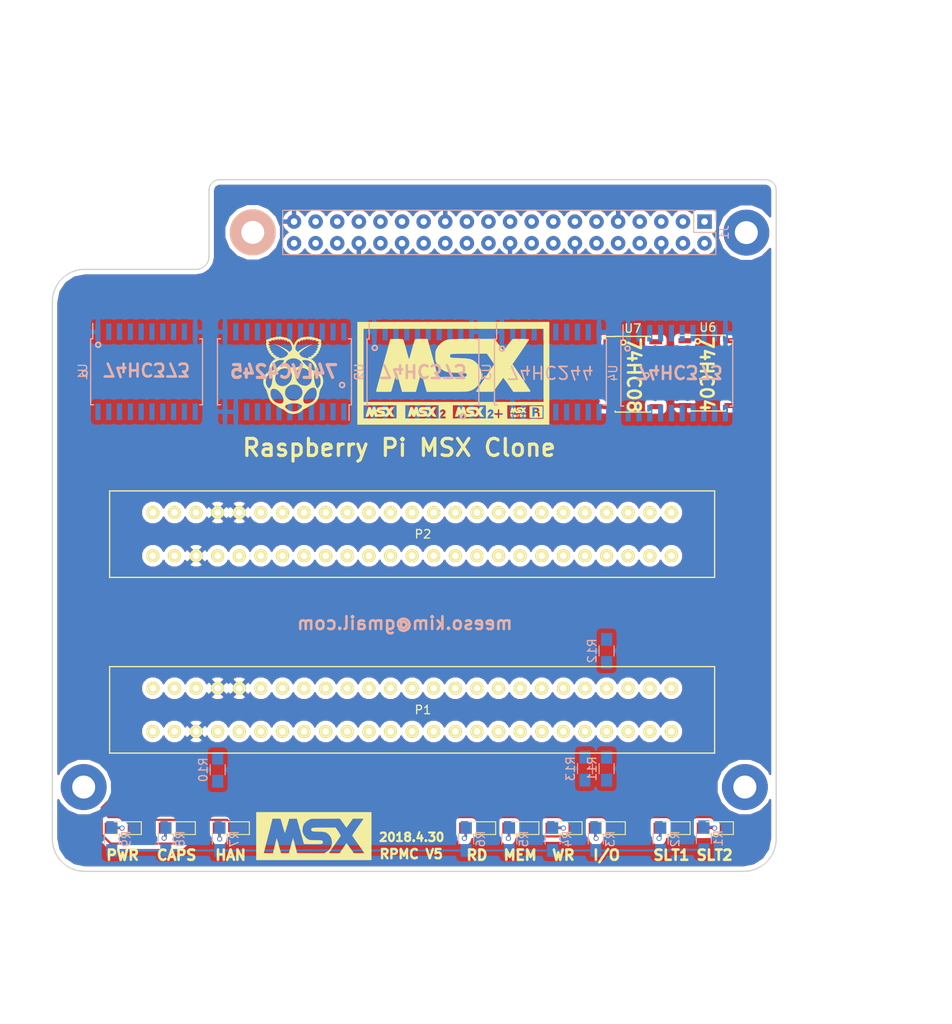
<source format=kicad_pcb>
(kicad_pcb (version 4) (host pcbnew 4.0.7)
  (layers (0 F.Cu signal) (31 B.Cu signal) (34 B.Paste user) (35 F.Paste user) (36 B.SilkS user) (37 F.SilkS user) (38 B.Mask user) (39 F.Mask user) (44 Edge.Cuts user))
  (net 0 "")
  (net 1 GND)
  (net 2 "Net-(U3-Pad9)")
  (net 3 +5V)
  (net 4 /RD3)
  (net 5 /RD4)
  (net 6 /RD6)
  (net 7 /RD7)
  (net 8 /CAPS)
  (net 9 /HAN)
  (net 10 /RD0)
  (net 11 /RD1)
  (net 12 /RD2)
  (net 13 /RD5)
  (net 14 /PWR)
  (net 15 /CS1)
  (net 16 /CS2)
  (net 17 /CS12)
  (net 18 /SLTSL1)
  (net 19 /RFSH)
  (net 20 /INT)
  (net 21 /M1)
  (net 22 /BUSDIR)
  (net 23 /IORQ)
  (net 24 /MREQ)
  (net 25 /WR)
  (net 26 /RD)
  (net 27 /RESET)
  (net 28 /A9)
  (net 29 /A15)
  (net 30 /A11)
  (net 31 /A10)
  (net 32 /A7)
  (net 33 /A6)
  (net 34 /A12)
  (net 35 /A8)
  (net 36 /A14)
  (net 37 /A13)
  (net 38 /A1)
  (net 39 /A0)
  (net 40 /A3)
  (net 41 /A2)
  (net 42 /A5)
  (net 43 /A4)
  (net 44 /D1)
  (net 45 /D0)
  (net 46 /D3)
  (net 47 /D2)
  (net 48 /D5)
  (net 49 /D4)
  (net 50 /D7)
  (net 51 /D6)
  (net 52 /CLK)
  (net 53 /+12V)
  (net 54 /SNDIN)
  (net 55 /SLTSL3)
  (net 56 +3V3)
  (net 57 "Net-(P1-Pad5)")
  (net 58 "Net-(P1-Pad16)")
  (net 59 "Net-(P2-Pad5)")
  (net 60 "Net-(P2-Pad16)")
  (net 61 /RA8)
  (net 62 /RA10)
  (net 63 /RA11)
  (net 64 /RA15)
  (net 65 /RA12)
  (net 66 /RA9)
  (net 67 /RA13)
  (net 68 /RA14)
  (net 69 "Net-(U3-Pad11)")
  (net 70 "Net-(U3-Pad12)")
  (net 71 "Net-(U3-Pad8)")
  (net 72 "Net-(D1-Pad2)")
  (net 73 "Net-(D2-Pad2)")
  (net 74 "Net-(D3-Pad2)")
  (net 75 "Net-(D4-Pad2)")
  (net 76 "Net-(D5-Pad2)")
  (net 77 "Net-(D6-Pad2)")
  (net 78 "Net-(D7-Pad2)")
  (net 79 "Net-(D8-Pad2)")
  (net 80 "Net-(D9-Pad2)")
  (net 81 /RC17)
  (net 82 /RC18)
  (net 83 /RC27)
  (net 84 /RC23)
  (net 85 /RC25)
  (net 86 /RC19)
  (net 87 /RC20)
  (net 88 /RC16)
  (net 89 "Net-(U3-Pad3)")
  (net 90 "Net-(U3-Pad5)")
  (net 91 "Net-(U3-Pad7)")
  (net 92 "Net-(U3-Pad13)")
  (net 93 "Net-(U3-Pad15)")
  (net 94 "Net-(U3-Pad17)")
  (net 95 /V3.3)
  (net 96 "Net-(U3-Pad2)")
  (net 97 "Net-(U3-Pad18)")
  (net 98 /nPWR)
  (net 99 /SLTSL2)
  (net 100 "Net-(U4-Pad6)")
  (net 101 "Net-(U4-Pad9)")
  (net 102 /nCS12)
  (net 103 /nA14)
  (net 104 /nA15)
  (net 105 /nCS1)
  (net 106 /nCS2)
  (module Mounting_Holes:MountingHole_2.7mm_Pad (layer F.Cu) (at 210.312 122.174)
    (fp_text reference REF4)
    (fp_text value MountingHole_2.7mm_Pad)
    (pad "" thru_hole circle (at 0 0) (size 5.4 5.4) (drill 2.7) (layers *.Cu *.Mask))
  )
  (module Mounting_Holes:MountingHole_2.7mm_Pad (layer F.Cu) (at 132.588 122.174)
    (fp_text reference REF3)
    (fp_text value MountingHole_2.7mm_Pad)
    (pad "" np_thru_hole circle (at 0 0) (size 5.4 5.4) (drill 2.7) (layers *.Cu *.Mask))
  )
  (module Mounting_Holes:MountingHole_2.7mm_Pad (layer F.Cu) (at 152.459 56.9925)
    (fp_text reference REF1)
    (fp_text value MountingHole_2.7mm_Pad)
    (pad "" thru_hole circle (at 0 0) (size 5.4 5.4) (drill 2.7) (layers *.Cu *.SilkS *.Mask))
  )
  (module MSX:MSX_SLOT (layer F.Cu) (at 172.466 113.101)
    (fp_text reference P1 (at 0 0) (layer F.SilkS))
    (fp_text value CONN_02X25)
    (pad 1 thru_hole circle (at 29.21 -2.54) (size 1.524 1.524) (drill 0.77) (layers *.Cu *.Mask F.SilkS) (net 15 /CS1))
    (pad 2 thru_hole circle (at 29.21 2.54) (size 1.524 1.524) (drill 0.77) (layers *.Cu *.Mask F.SilkS) (net 16 /CS2))
    (pad 3 thru_hole circle (at 26.67 -2.54) (size 1.524 1.524) (drill 0.77) (layers *.Cu *.Mask F.SilkS) (net 17 /CS12))
    (pad 4 thru_hole circle (at 26.67 2.54) (size 1.524 1.524) (drill 0.77) (layers *.Cu *.Mask F.SilkS) (net 18 /SLTSL1))
    (pad 5 thru_hole circle (at 24.13 -2.54) (size 1.524 1.524) (drill 0.77) (layers *.Cu *.Mask F.SilkS) (net 57 "Net-(P1-Pad5)"))
    (pad 6 thru_hole circle (at 24.13 2.54) (size 1.524 1.524) (drill 0.77) (layers *.Cu *.Mask F.SilkS) (net 19 /RFSH))
    (pad 7 thru_hole circle (at 21.59 -2.54) (size 1.524 1.524) (drill 0.77) (layers *.Cu *.Mask F.SilkS) (net 85 /RC25))
    (pad 8 thru_hole circle (at 21.59 2.54) (size 1.524 1.524) (drill 0.77) (layers *.Cu *.Mask F.SilkS) (net 20 /INT))
    (pad 9 thru_hole circle (at 19.05 -2.54) (size 1.524 1.524) (drill 0.77) (layers *.Cu *.Mask F.SilkS) (net 21 /M1))
    (pad 10 thru_hole circle (at 19.05 2.54) (size 1.524 1.524) (drill 0.77) (layers *.Cu *.Mask F.SilkS) (net 22 /BUSDIR))
    (pad 11 thru_hole circle (at 16.51 -2.54) (size 1.524 1.524) (drill 0.77) (layers *.Cu *.Mask F.SilkS) (net 23 /IORQ))
    (pad 12 thru_hole circle (at 16.51 2.54) (size 1.524 1.524) (drill 0.77) (layers *.Cu *.Mask F.SilkS) (net 24 /MREQ))
    (pad 13 thru_hole circle (at 13.97 -2.54) (size 1.524 1.524) (drill 0.77) (layers *.Cu *.Mask F.SilkS) (net 25 /WR))
    (pad 14 thru_hole circle (at 13.97 2.54) (size 1.524 1.524) (drill 0.77) (layers *.Cu *.Mask F.SilkS) (net 26 /RD))
    (pad 15 thru_hole circle (at 11.43 -2.54) (size 1.524 1.524) (drill 0.77) (layers *.Cu *.Mask F.SilkS) (net 27 /RESET))
    (pad 16 thru_hole circle (at 11.43 2.54) (size 1.524 1.524) (drill 0.77) (layers *.Cu *.Mask F.SilkS) (net 58 "Net-(P1-Pad16)"))
    (pad 17 thru_hole circle (at 8.89 -2.54) (size 1.524 1.524) (drill 0.77) (layers *.Cu *.Mask F.SilkS) (net 28 /A9))
    (pad 18 thru_hole circle (at 8.89 2.54) (size 1.524 1.524) (drill 0.77) (layers *.Cu *.Mask F.SilkS) (net 29 /A15))
    (pad 19 thru_hole circle (at 6.35 -2.54) (size 1.524 1.524) (drill 0.77) (layers *.Cu *.Mask F.SilkS) (net 30 /A11))
    (pad 20 thru_hole circle (at 6.35 2.54) (size 1.524 1.524) (drill 0.77) (layers *.Cu *.Mask F.SilkS) (net 31 /A10))
    (pad 21 thru_hole circle (at 3.81 -2.54) (size 1.524 1.524) (drill 0.77) (layers *.Cu *.Mask F.SilkS) (net 32 /A7))
    (pad 22 thru_hole circle (at 3.81 2.54) (size 1.524 1.524) (drill 0.77) (layers *.Cu *.Mask F.SilkS) (net 33 /A6))
    (pad 23 thru_hole circle (at 1.27 -2.54) (size 1.524 1.524) (drill 0.77) (layers *.Cu *.Mask F.SilkS) (net 34 /A12))
    (pad 24 thru_hole circle (at 1.27 2.54) (size 1.524 1.524) (drill 0.77) (layers *.Cu *.Mask F.SilkS) (net 35 /A8))
    (pad 25 thru_hole circle (at -1.27 -2.54) (size 1.524 1.524) (drill 0.77) (layers *.Cu *.Mask F.SilkS) (net 36 /A14))
    (pad 26 thru_hole circle (at -1.27 2.54) (size 1.524 1.524) (drill 0.77) (layers *.Cu *.Mask F.SilkS) (net 37 /A13))
    (pad 27 thru_hole circle (at -3.81 -2.54) (size 1.524 1.524) (drill 0.77) (layers *.Cu *.Mask F.SilkS) (net 38 /A1))
    (pad 28 thru_hole circle (at -3.81 2.54) (size 1.524 1.524) (drill 0.77) (layers *.Cu *.Mask F.SilkS) (net 39 /A0))
    (pad 29 thru_hole circle (at -6.35 -2.54) (size 1.524 1.524) (drill 0.77) (layers *.Cu *.Mask F.SilkS) (net 40 /A3))
    (pad 30 thru_hole circle (at -6.35 2.54) (size 1.524 1.524) (drill 0.77) (layers *.Cu *.Mask F.SilkS) (net 41 /A2))
    (pad 31 thru_hole circle (at -8.89 -2.54) (size 1.524 1.524) (drill 0.77) (layers *.Cu *.Mask F.SilkS) (net 42 /A5))
    (pad 32 thru_hole circle (at -8.89 2.54) (size 1.524 1.524) (drill 0.77) (layers *.Cu *.Mask F.SilkS) (net 43 /A4))
    (pad 33 thru_hole circle (at -11.43 -2.54) (size 1.524 1.524) (drill 0.77) (layers *.Cu *.Mask F.SilkS) (net 44 /D1))
    (pad 34 thru_hole circle (at -11.43 2.54) (size 1.524 1.524) (drill 0.77) (layers *.Cu *.Mask F.SilkS) (net 45 /D0))
    (pad 35 thru_hole circle (at -13.97 -2.54) (size 1.524 1.524) (drill 0.77) (layers *.Cu *.Mask F.SilkS) (net 46 /D3))
    (pad 36 thru_hole circle (at -13.97 2.54) (size 1.524 1.524) (drill 0.77) (layers *.Cu *.Mask F.SilkS) (net 47 /D2))
    (pad 37 thru_hole circle (at -16.51 -2.54) (size 1.524 1.524) (drill 0.77) (layers *.Cu *.Mask F.SilkS) (net 48 /D5))
    (pad 38 thru_hole circle (at -16.51 2.54) (size 1.524 1.524) (drill 0.77) (layers *.Cu *.Mask F.SilkS) (net 49 /D4))
    (pad 39 thru_hole circle (at -19.05 -2.54) (size 1.524 1.524) (drill 0.77) (layers *.Cu *.Mask F.SilkS) (net 50 /D7))
    (pad 40 thru_hole circle (at -19.05 2.54) (size 1.524 1.524) (drill 0.77) (layers *.Cu *.Mask F.SilkS) (net 51 /D6))
    (pad 41 thru_hole circle (at -21.59 -2.54) (size 1.524 1.524) (drill 0.77) (layers *.Cu *.Mask F.SilkS) (net 1 GND))
    (pad 42 thru_hole circle (at -21.59 2.54) (size 1.524 1.524) (drill 0.77) (layers *.Cu *.Mask F.SilkS) (net 52 /CLK))
    (pad 43 thru_hole circle (at -24.13 -2.54) (size 1.524 1.524) (drill 0.77) (layers *.Cu *.Mask F.SilkS) (net 1 GND))
    (pad 44 thru_hole circle (at -24.13 2.54) (size 1.524 1.524) (drill 0.77) (layers *.Cu *.Mask F.SilkS) (net 83 /RC27))
    (pad 45 thru_hole circle (at -26.67 -2.54) (size 1.524 1.524) (drill 0.77) (layers *.Cu *.Mask F.SilkS) (net 3 +5V))
    (pad 46 thru_hole circle (at -26.67 2.54) (size 1.524 1.524) (drill 0.77) (layers *.Cu *.Mask F.SilkS) (net 1 GND))
    (pad 47 thru_hole circle (at -29.21 -2.54) (size 1.524 1.524) (drill 0.77) (layers *.Cu *.Mask F.SilkS) (net 3 +5V))
    (pad 48 thru_hole circle (at -29.21 2.54) (size 1.524 1.524) (drill 0.77) (layers *.Cu *.Mask F.SilkS) (net 53 /+12V))
    (pad 49 thru_hole circle (at -31.75 -2.54) (size 1.524 1.524) (drill 0.77) (layers *.Cu *.Mask F.SilkS) (net 54 /SNDIN))
    (pad 50 thru_hole circle (at -31.75 2.54) (size 1.524 1.524) (drill 0.77) (layers *.Cu *.Mask F.SilkS) (net 53 /+12V))
  )
  (module MSX:MSX_SLOT (layer F.Cu) (at 172.466 92.456)
    (fp_text reference P2 (at 0 0) (layer F.SilkS))
    (fp_text value CONN_02X25)
    (pad 1 thru_hole circle (at 29.21 -2.54) (size 1.524 1.524) (drill 0.77) (layers *.Cu *.Mask F.SilkS) (net 15 /CS1))
    (pad 2 thru_hole circle (at 29.21 2.54) (size 1.524 1.524) (drill 0.77) (layers *.Cu *.Mask F.SilkS) (net 16 /CS2))
    (pad 3 thru_hole circle (at 26.67 -2.54) (size 1.524 1.524) (drill 0.77) (layers *.Cu *.Mask F.SilkS) (net 17 /CS12))
    (pad 4 thru_hole circle (at 26.67 2.54) (size 1.524 1.524) (drill 0.77) (layers *.Cu *.Mask F.SilkS) (net 55 /SLTSL3))
    (pad 5 thru_hole circle (at 24.13 -2.54) (size 1.524 1.524) (drill 0.77) (layers *.Cu *.Mask F.SilkS) (net 59 "Net-(P2-Pad5)"))
    (pad 6 thru_hole circle (at 24.13 2.54) (size 1.524 1.524) (drill 0.77) (layers *.Cu *.Mask F.SilkS) (net 19 /RFSH))
    (pad 7 thru_hole circle (at 21.59 -2.54) (size 1.524 1.524) (drill 0.77) (layers *.Cu *.Mask F.SilkS) (net 85 /RC25))
    (pad 8 thru_hole circle (at 21.59 2.54) (size 1.524 1.524) (drill 0.77) (layers *.Cu *.Mask F.SilkS) (net 20 /INT))
    (pad 9 thru_hole circle (at 19.05 -2.54) (size 1.524 1.524) (drill 0.77) (layers *.Cu *.Mask F.SilkS) (net 21 /M1))
    (pad 10 thru_hole circle (at 19.05 2.54) (size 1.524 1.524) (drill 0.77) (layers *.Cu *.Mask F.SilkS) (net 22 /BUSDIR))
    (pad 11 thru_hole circle (at 16.51 -2.54) (size 1.524 1.524) (drill 0.77) (layers *.Cu *.Mask F.SilkS) (net 23 /IORQ))
    (pad 12 thru_hole circle (at 16.51 2.54) (size 1.524 1.524) (drill 0.77) (layers *.Cu *.Mask F.SilkS) (net 24 /MREQ))
    (pad 13 thru_hole circle (at 13.97 -2.54) (size 1.524 1.524) (drill 0.77) (layers *.Cu *.Mask F.SilkS) (net 25 /WR))
    (pad 14 thru_hole circle (at 13.97 2.54) (size 1.524 1.524) (drill 0.77) (layers *.Cu *.Mask F.SilkS) (net 26 /RD))
    (pad 15 thru_hole circle (at 11.43 -2.54) (size 1.524 1.524) (drill 0.77) (layers *.Cu *.Mask F.SilkS) (net 27 /RESET))
    (pad 16 thru_hole circle (at 11.43 2.54) (size 1.524 1.524) (drill 0.77) (layers *.Cu *.Mask F.SilkS) (net 60 "Net-(P2-Pad16)"))
    (pad 17 thru_hole circle (at 8.89 -2.54) (size 1.524 1.524) (drill 0.77) (layers *.Cu *.Mask F.SilkS) (net 28 /A9))
    (pad 18 thru_hole circle (at 8.89 2.54) (size 1.524 1.524) (drill 0.77) (layers *.Cu *.Mask F.SilkS) (net 29 /A15))
    (pad 19 thru_hole circle (at 6.35 -2.54) (size 1.524 1.524) (drill 0.77) (layers *.Cu *.Mask F.SilkS) (net 30 /A11))
    (pad 20 thru_hole circle (at 6.35 2.54) (size 1.524 1.524) (drill 0.77) (layers *.Cu *.Mask F.SilkS) (net 31 /A10))
    (pad 21 thru_hole circle (at 3.81 -2.54) (size 1.524 1.524) (drill 0.77) (layers *.Cu *.Mask F.SilkS) (net 32 /A7))
    (pad 22 thru_hole circle (at 3.81 2.54) (size 1.524 1.524) (drill 0.77) (layers *.Cu *.Mask F.SilkS) (net 33 /A6))
    (pad 23 thru_hole circle (at 1.27 -2.54) (size 1.524 1.524) (drill 0.77) (layers *.Cu *.Mask F.SilkS) (net 34 /A12))
    (pad 24 thru_hole circle (at 1.27 2.54) (size 1.524 1.524) (drill 0.77) (layers *.Cu *.Mask F.SilkS) (net 35 /A8))
    (pad 25 thru_hole circle (at -1.27 -2.54) (size 1.524 1.524) (drill 0.77) (layers *.Cu *.Mask F.SilkS) (net 36 /A14))
    (pad 26 thru_hole circle (at -1.27 2.54) (size 1.524 1.524) (drill 0.77) (layers *.Cu *.Mask F.SilkS) (net 37 /A13))
    (pad 27 thru_hole circle (at -3.81 -2.54) (size 1.524 1.524) (drill 0.77) (layers *.Cu *.Mask F.SilkS) (net 38 /A1))
    (pad 28 thru_hole circle (at -3.81 2.54) (size 1.524 1.524) (drill 0.77) (layers *.Cu *.Mask F.SilkS) (net 39 /A0))
    (pad 29 thru_hole circle (at -6.35 -2.54) (size 1.524 1.524) (drill 0.77) (layers *.Cu *.Mask F.SilkS) (net 40 /A3))
    (pad 30 thru_hole circle (at -6.35 2.54) (size 1.524 1.524) (drill 0.77) (layers *.Cu *.Mask F.SilkS) (net 41 /A2))
    (pad 31 thru_hole circle (at -8.89 -2.54) (size 1.524 1.524) (drill 0.77) (layers *.Cu *.Mask F.SilkS) (net 42 /A5))
    (pad 32 thru_hole circle (at -8.89 2.54) (size 1.524 1.524) (drill 0.77) (layers *.Cu *.Mask F.SilkS) (net 43 /A4))
    (pad 33 thru_hole circle (at -11.43 -2.54) (size 1.524 1.524) (drill 0.77) (layers *.Cu *.Mask F.SilkS) (net 44 /D1))
    (pad 34 thru_hole circle (at -11.43 2.54) (size 1.524 1.524) (drill 0.77) (layers *.Cu *.Mask F.SilkS) (net 45 /D0))
    (pad 35 thru_hole circle (at -13.97 -2.54) (size 1.524 1.524) (drill 0.77) (layers *.Cu *.Mask F.SilkS) (net 46 /D3))
    (pad 36 thru_hole circle (at -13.97 2.54) (size 1.524 1.524) (drill 0.77) (layers *.Cu *.Mask F.SilkS) (net 47 /D2))
    (pad 37 thru_hole circle (at -16.51 -2.54) (size 1.524 1.524) (drill 0.77) (layers *.Cu *.Mask F.SilkS) (net 48 /D5))
    (pad 38 thru_hole circle (at -16.51 2.54) (size 1.524 1.524) (drill 0.77) (layers *.Cu *.Mask F.SilkS) (net 49 /D4))
    (pad 39 thru_hole circle (at -19.05 -2.54) (size 1.524 1.524) (drill 0.77) (layers *.Cu *.Mask F.SilkS) (net 50 /D7))
    (pad 40 thru_hole circle (at -19.05 2.54) (size 1.524 1.524) (drill 0.77) (layers *.Cu *.Mask F.SilkS) (net 51 /D6))
    (pad 41 thru_hole circle (at -21.59 -2.54) (size 1.524 1.524) (drill 0.77) (layers *.Cu *.Mask F.SilkS) (net 1 GND))
    (pad 42 thru_hole circle (at -21.59 2.54) (size 1.524 1.524) (drill 0.77) (layers *.Cu *.Mask F.SilkS) (net 52 /CLK))
    (pad 43 thru_hole circle (at -24.13 -2.54) (size 1.524 1.524) (drill 0.77) (layers *.Cu *.Mask F.SilkS) (net 1 GND))
    (pad 44 thru_hole circle (at -24.13 2.54) (size 1.524 1.524) (drill 0.77) (layers *.Cu *.Mask F.SilkS) (net 83 /RC27))
    (pad 45 thru_hole circle (at -26.67 -2.54) (size 1.524 1.524) (drill 0.77) (layers *.Cu *.Mask F.SilkS) (net 3 +5V))
    (pad 46 thru_hole circle (at -26.67 2.54) (size 1.524 1.524) (drill 0.77) (layers *.Cu *.Mask F.SilkS) (net 1 GND))
    (pad 47 thru_hole circle (at -29.21 -2.54) (size 1.524 1.524) (drill 0.77) (layers *.Cu *.Mask F.SilkS) (net 3 +5V))
    (pad 48 thru_hole circle (at -29.21 2.54) (size 1.524 1.524) (drill 0.77) (layers *.Cu *.Mask F.SilkS) (net 53 /+12V))
    (pad 49 thru_hole circle (at -31.75 -2.54) (size 1.524 1.524) (drill 0.77) (layers *.Cu *.Mask F.SilkS) (net 54 /SNDIN))
    (pad 50 thru_hole circle (at -31.75 2.54) (size 1.524 1.524) (drill 0.77) (layers *.Cu *.Mask F.SilkS) (net 53 /+12V))
  )
  (module LEDs:LED_0805_HandSoldering (layer F.Cu) (at 206.756 127 180)
    (fp_text reference D1 hide)
    (fp_text value Led_Small)
    (pad 1 smd rect (at -1.35 0 180) (size 1.5 1.3) (layers F.Cu F.Paste F.Mask) (net 55 /SLTSL3))
    (pad 2 smd rect (at 1.35 0 180) (size 1.5 1.3) (layers F.Cu F.Paste F.Mask) (net 72 "Net-(D1-Pad2)"))
  )
  (module LEDs:LED_0805_HandSoldering (layer F.Cu) (at 201.676 127 180)
    (fp_text reference D2 hide)
    (fp_text value Led_Small)
    (pad 1 smd rect (at -1.35 0 180) (size 1.5 1.3) (layers F.Cu F.Paste F.Mask) (net 18 /SLTSL1))
    (pad 2 smd rect (at 1.35 0 180) (size 1.5 1.3) (layers F.Cu F.Paste F.Mask) (net 73 "Net-(D2-Pad2)"))
  )
  (module LEDs:LED_0805_HandSoldering (layer F.Cu) (at 194.056 127 180)
    (fp_text reference D3 hide)
    (fp_text value Led_Small)
    (pad 1 smd rect (at -1.35 0 180) (size 1.5 1.3) (layers F.Cu F.Paste F.Mask) (net 23 /IORQ))
    (pad 2 smd rect (at 1.35 0 180) (size 1.5 1.3) (layers F.Cu F.Paste F.Mask) (net 74 "Net-(D3-Pad2)"))
  )
  (module LEDs:LED_0805_HandSoldering (layer F.Cu) (at 188.976 127 180)
    (fp_text reference D4 hide)
    (fp_text value Led_Small)
    (pad 1 smd rect (at -1.35 0 180) (size 1.5 1.3) (layers F.Cu F.Paste F.Mask) (net 25 /WR))
    (pad 2 smd rect (at 1.35 0 180) (size 1.5 1.3) (layers F.Cu F.Paste F.Mask) (net 75 "Net-(D4-Pad2)"))
  )
  (module LEDs:LED_0805_HandSoldering (layer F.Cu) (at 183.896 127 180)
    (fp_text reference D5 hide)
    (fp_text value Led_Small)
    (pad 1 smd rect (at -1.35 0 180) (size 1.5 1.3) (layers F.Cu F.Paste F.Mask) (net 24 /MREQ))
    (pad 2 smd rect (at 1.35 0 180) (size 1.5 1.3) (layers F.Cu F.Paste F.Mask) (net 76 "Net-(D5-Pad2)"))
  )
  (module LEDs:LED_0805_HandSoldering (layer F.Cu) (at 178.816 127 180)
    (fp_text reference D6 hide)
    (fp_text value Led_Small)
    (pad 1 smd rect (at -1.35 0 180) (size 1.5 1.3) (layers F.Cu F.Paste F.Mask) (net 26 /RD))
    (pad 2 smd rect (at 1.35 0 180) (size 1.5 1.3) (layers F.Cu F.Paste F.Mask) (net 77 "Net-(D6-Pad2)"))
  )
  (module LEDs:LED_0805_HandSoldering (layer F.Cu) (at 149.86 127 180)
    (fp_text reference D7 hide)
    (fp_text value Led_Small)
    (pad 1 smd rect (at -1.35 0 180) (size 1.5 1.3) (layers F.Cu F.Paste F.Mask) (net 9 /HAN))
    (pad 2 smd rect (at 1.35 0 180) (size 1.5 1.3) (layers F.Cu F.Paste F.Mask) (net 78 "Net-(D7-Pad2)"))
  )
  (module LEDs:LED_0805_HandSoldering (layer F.Cu) (at 143.51 127 180)
    (fp_text reference D8 hide)
    (fp_text value Led_Small)
    (pad 1 smd rect (at -1.35 0 180) (size 1.5 1.3) (layers F.Cu F.Paste F.Mask) (net 8 /CAPS))
    (pad 2 smd rect (at 1.35 0 180) (size 1.5 1.3) (layers F.Cu F.Paste F.Mask) (net 79 "Net-(D8-Pad2)"))
  )
  (module LEDs:LED_0805_HandSoldering (layer F.Cu) (at 137.16 127 180)
    (fp_text reference D9 hide)
    (fp_text value Led_Small)
    (pad 1 smd rect (at -1.35 0 180) (size 1.5 1.3) (layers F.Cu F.Paste F.Mask) (net 14 /PWR))
    (pad 2 smd rect (at 1.35 0 180) (size 1.5 1.3) (layers F.Cu F.Paste F.Mask) (net 80 "Net-(D9-Pad2)"))
  )
  (module Resistors_SMD:R_0805_HandSoldering (layer B.Cu) (at 205.486 128.19 90)
    (fp_text reference R1 (at 0 1.7 90) (layer B.SilkS) (effects (justify mirror)))
    (fp_text value R)
    (pad 1 smd rect (at -1.35 0 90) (size 1.5 1.3) (layers B.Cu B.Paste B.Mask) (net 95 /V3.3))
    (pad 2 smd rect (at 1.35 0 90) (size 1.5 1.3) (layers B.Cu B.Paste B.Mask) (net 72 "Net-(D1-Pad2)"))
  )
  (module Resistors_SMD:R_0805_HandSoldering (layer B.Cu) (at 200.406 128.27 90)
    (fp_text reference R2 (at 0 1.7 90) (layer B.SilkS) (effects (justify mirror)))
    (fp_text value R)
    (pad 1 smd rect (at -1.35 0 90) (size 1.5 1.3) (layers B.Cu B.Paste B.Mask) (net 95 /V3.3))
    (pad 2 smd rect (at 1.35 0 90) (size 1.5 1.3) (layers B.Cu B.Paste B.Mask) (net 73 "Net-(D2-Pad2)"))
  )
  (module Resistors_SMD:R_0805_HandSoldering (layer B.Cu) (at 192.786 128.27 90)
    (fp_text reference R3 (at 0 1.7 90) (layer B.SilkS) (effects (justify mirror)))
    (fp_text value R)
    (pad 1 smd rect (at -1.35 0 90) (size 1.5 1.3) (layers B.Cu B.Paste B.Mask) (net 95 /V3.3))
    (pad 2 smd rect (at 1.35 0 90) (size 1.5 1.3) (layers B.Cu B.Paste B.Mask) (net 74 "Net-(D3-Pad2)"))
  )
  (module Resistors_SMD:R_0805_HandSoldering (layer B.Cu) (at 187.706 128.27 90)
    (fp_text reference R4 (at 0 1.7 90) (layer B.SilkS) (effects (justify mirror)))
    (fp_text value R)
    (pad 1 smd rect (at -1.35 0 90) (size 1.5 1.3) (layers B.Cu B.Paste B.Mask) (net 95 /V3.3))
    (pad 2 smd rect (at 1.35 0 90) (size 1.5 1.3) (layers B.Cu B.Paste B.Mask) (net 75 "Net-(D4-Pad2)"))
  )
  (module Resistors_SMD:R_0805_HandSoldering (layer B.Cu) (at 182.626 128.27 90)
    (fp_text reference R5 (at 0 1.7 90) (layer B.SilkS) (effects (justify mirror)))
    (fp_text value R)
    (pad 1 smd rect (at -1.35 0 90) (size 1.5 1.3) (layers B.Cu B.Paste B.Mask) (net 95 /V3.3))
    (pad 2 smd rect (at 1.35 0 90) (size 1.5 1.3) (layers B.Cu B.Paste B.Mask) (net 76 "Net-(D5-Pad2)"))
  )
  (module Resistors_SMD:R_0805_HandSoldering (layer B.Cu) (at 177.546 128.27 90)
    (fp_text reference R6 (at 0 1.7 90) (layer B.SilkS) (effects (justify mirror)))
    (fp_text value R)
    (pad 1 smd rect (at -1.35 0 90) (size 1.5 1.3) (layers B.Cu B.Paste B.Mask) (net 95 /V3.3))
    (pad 2 smd rect (at 1.35 0 90) (size 1.5 1.3) (layers B.Cu B.Paste B.Mask) (net 77 "Net-(D6-Pad2)"))
  )
  (module Resistors_SMD:R_0805_HandSoldering (layer B.Cu) (at 148.59 128.27 90)
    (fp_text reference R7 (at 0 1.7 90) (layer B.SilkS) (effects (justify mirror)))
    (fp_text value R)
    (pad 1 smd rect (at -1.35 0 90) (size 1.5 1.3) (layers B.Cu B.Paste B.Mask) (net 95 /V3.3))
    (pad 2 smd rect (at 1.35 0 90) (size 1.5 1.3) (layers B.Cu B.Paste B.Mask) (net 78 "Net-(D7-Pad2)"))
  )
  (module Resistors_SMD:R_0805_HandSoldering (layer B.Cu) (at 142.24 128.27 90)
    (fp_text reference R8 (at 0 1.7 90) (layer B.SilkS) (effects (justify mirror)))
    (fp_text value R)
    (pad 1 smd rect (at -1.35 0 90) (size 1.5 1.3) (layers B.Cu B.Paste B.Mask) (net 95 /V3.3))
    (pad 2 smd rect (at 1.35 0 90) (size 1.5 1.3) (layers B.Cu B.Paste B.Mask) (net 79 "Net-(D8-Pad2)"))
  )
  (module Resistors_SMD:R_0805_HandSoldering (layer B.Cu) (at 135.89 128.27 90)
    (fp_text reference R9 (at 0 1.7 90) (layer B.SilkS) (effects (justify mirror)))
    (fp_text value R)
    (pad 1 smd rect (at -1.35 0 90) (size 1.5 1.3) (layers B.Cu B.Paste B.Mask) (net 95 /V3.3))
    (pad 2 smd rect (at 1.35 0 90) (size 1.5 1.3) (layers B.Cu B.Paste B.Mask) (net 80 "Net-(D9-Pad2)"))
  )
  (module MSX:LOGO (layer F.Cu) (at 159.639 127.9144)
    (fp_text reference G*** hide)
    (fp_text value LOGO hide)
  )
  (module Mounting_Holes:MountingHole_2.7mm_Pad (layer F.Cu) (at 210.483 57.023)
    (fp_text reference REF2)
    (fp_text value MountingHole_2.7mm_Pad)
    (pad "" thru_hole circle (at 0 0) (size 5.4 5.4) (drill 2.7) (layers *.Cu *.Mask))
  )
  (module 8BIT:raspberry_pi_logo (layer F.Cu) (at 157.226 73.787)
    (fp_text reference G1 hide)
    (fp_text value LOGO hide)
  )
  (module 8BIT:msx_msx2_msx+logo (layer F.Cu) (at 176.022 73.533)
    (fp_text reference G2 hide)
    (fp_text value LOGO hide)
  )
  (module Socket_Strips:Socket_Strip_Straight_2x20_Pitch2.54mm (layer B.Cu) (at 205.572 55.7276 90)
    (fp_text reference J1 (at -1.27 2.33 90) (layer B.SilkS) (effects (justify mirror)))
    (fp_text value RPi_GPIO)
    (pad 1 thru_hole rect (at 0 0 90) (size 1.7 1.7) (drill 0.77) (layers *.Cu *.Mask) (net 56 +3V3))
    (pad 2 thru_hole oval (at -2.54 0 90) (size 1.7 1.7) (drill 0.77) (layers *.Cu *.Mask) (net 3 +5V))
    (pad 3 thru_hole oval (at 0 -2.54 90) (size 1.7 1.7) (drill 0.77) (layers *.Cu *.Mask) (net 12 /RD2))
    (pad 4 thru_hole oval (at -2.54 -2.54 90) (size 1.7 1.7) (drill 0.77) (layers *.Cu *.Mask) (net 3 +5V))
    (pad 5 thru_hole oval (at 0 -5.08 90) (size 1.7 1.7) (drill 0.77) (layers *.Cu *.Mask) (net 4 /RD3))
    (pad 6 thru_hole oval (at -2.54 -5.08 90) (size 1.7 1.7) (drill 0.77) (layers *.Cu *.Mask) (net 1 GND))
    (pad 7 thru_hole oval (at 0 -7.62 90) (size 1.7 1.7) (drill 0.77) (layers *.Cu *.Mask) (net 5 /RD4))
    (pad 8 thru_hole oval (at -2.54 -7.62 90) (size 1.7 1.7) (drill 0.77) (layers *.Cu *.Mask) (net 68 /RA14))
    (pad 9 thru_hole oval (at 0 -10.16 90) (size 1.7 1.7) (drill 0.77) (layers *.Cu *.Mask) (net 1 GND))
    (pad 10 thru_hole oval (at -2.54 -10.16 90) (size 1.7 1.7) (drill 0.77) (layers *.Cu *.Mask) (net 64 /RA15))
    (pad 11 thru_hole oval (at 0 -12.7 90) (size 1.7 1.7) (drill 0.77) (layers *.Cu *.Mask) (net 81 /RC17))
    (pad 12 thru_hole oval (at -2.54 -12.7 90) (size 1.7 1.7) (drill 0.77) (layers *.Cu *.Mask) (net 82 /RC18))
    (pad 13 thru_hole oval (at 0 -15.24 90) (size 1.7 1.7) (drill 0.77) (layers *.Cu *.Mask) (net 83 /RC27))
    (pad 14 thru_hole oval (at -2.54 -15.24 90) (size 1.7 1.7) (drill 0.77) (layers *.Cu *.Mask) (net 1 GND))
    (pad 15 thru_hole oval (at 0 -17.78 90) (size 1.7 1.7) (drill 0.77) (layers *.Cu *.Mask) (net 8 /CAPS))
    (pad 16 thru_hole oval (at -2.54 -17.78 90) (size 1.7 1.7) (drill 0.77) (layers *.Cu *.Mask) (net 84 /RC23))
    (pad 17 thru_hole oval (at 0 -20.32 90) (size 1.7 1.7) (drill 0.77) (layers *.Cu *.Mask) (net 3 +5V))
    (pad 18 thru_hole oval (at -2.54 -20.32 90) (size 1.7 1.7) (drill 0.77) (layers *.Cu *.Mask) (net 20 /INT))
    (pad 19 thru_hole oval (at 0 -22.86 90) (size 1.7 1.7) (drill 0.77) (layers *.Cu *.Mask) (net 62 /RA10))
    (pad 20 thru_hole oval (at -2.54 -22.86 90) (size 1.7 1.7) (drill 0.77) (layers *.Cu *.Mask) (net 1 GND))
    (pad 21 thru_hole oval (at 0 -25.4 90) (size 1.7 1.7) (drill 0.77) (layers *.Cu *.Mask) (net 66 /RA9))
    (pad 22 thru_hole oval (at -2.54 -25.4 90) (size 1.7 1.7) (drill 0.77) (layers *.Cu *.Mask) (net 85 /RC25))
    (pad 23 thru_hole oval (at 0 -27.94 90) (size 1.7 1.7) (drill 0.77) (layers *.Cu *.Mask) (net 63 /RA11))
    (pad 24 thru_hole oval (at -2.54 -27.94 90) (size 1.7 1.7) (drill 0.77) (layers *.Cu *.Mask) (net 61 /RA8))
    (pad 25 thru_hole oval (at 0 -30.48 90) (size 1.7 1.7) (drill 0.77) (layers *.Cu *.Mask) (net 1 GND))
    (pad 26 thru_hole oval (at -2.54 -30.48 90) (size 1.7 1.7) (drill 0.77) (layers *.Cu *.Mask) (net 7 /RD7))
    (pad 27 thru_hole oval (at 0 -33.02 90) (size 1.7 1.7) (drill 0.77) (layers *.Cu *.Mask) (net 10 /RD0))
    (pad 28 thru_hole oval (at -2.54 -33.02 90) (size 1.7 1.7) (drill 0.77) (layers *.Cu *.Mask) (net 11 /RD1))
    (pad 29 thru_hole oval (at 0 -35.56 90) (size 1.7 1.7) (drill 0.77) (layers *.Cu *.Mask) (net 13 /RD5))
    (pad 30 thru_hole oval (at -2.54 -35.56 90) (size 1.7 1.7) (drill 0.77) (layers *.Cu *.Mask) (net 1 GND))
    (pad 31 thru_hole oval (at 0 -38.1 90) (size 1.7 1.7) (drill 0.77) (layers *.Cu *.Mask) (net 6 /RD6))
    (pad 32 thru_hole oval (at -2.54 -38.1 90) (size 1.7 1.7) (drill 0.77) (layers *.Cu *.Mask) (net 65 /RA12))
    (pad 33 thru_hole oval (at 0 -40.64 90) (size 1.7 1.7) (drill 0.77) (layers *.Cu *.Mask) (net 67 /RA13))
    (pad 34 thru_hole oval (at -2.54 -40.64 90) (size 1.7 1.7) (drill 0.77) (layers *.Cu *.Mask) (net 1 GND))
    (pad 35 thru_hole oval (at 0 -43.18 90) (size 1.7 1.7) (drill 0.77) (layers *.Cu *.Mask) (net 86 /RC19))
    (pad 36 thru_hole oval (at -2.54 -43.18 90) (size 1.7 1.7) (drill 0.77) (layers *.Cu *.Mask) (net 88 /RC16))
    (pad 37 thru_hole oval (at 0 -45.72 90) (size 1.7 1.7) (drill 0.77) (layers *.Cu *.Mask) (net 22 /BUSDIR))
    (pad 38 thru_hole oval (at -2.54 -45.72 90) (size 1.7 1.7) (drill 0.77) (layers *.Cu *.Mask) (net 87 /RC20))
    (pad 39 thru_hole oval (at 0 -48.26 90) (size 1.7 1.7) (drill 0.77) (layers *.Cu *.Mask) (net 1 GND))
    (pad 40 thru_hole oval (at -2.54 -48.26 90) (size 1.7 1.7) (drill 0.77) (layers *.Cu *.Mask) (net 9 /HAN))
  )
  (module Resistors_SMD:R_0805_HandSoldering (layer B.Cu) (at 148.336 120.142 270)
    (fp_text reference R10 (at 0 1.7 270) (layer B.SilkS) (effects (justify mirror)))
    (fp_text value R)
    (pad 1 smd rect (at -1.35 0 270) (size 1.5 1.3) (layers B.Cu B.Paste B.Mask) (net 83 /RC27))
    (pad 2 smd rect (at 1.35 0 270) (size 1.5 1.3) (layers B.Cu B.Paste B.Mask) (net 56 +3V3))
  )
  (module Resistors_SMD:R_0805_HandSoldering (layer B.Cu) (at 194.056 120.015 270)
    (fp_text reference R11 (at 0 1.7 270) (layer B.SilkS) (effects (justify mirror)))
    (fp_text value R)
    (pad 1 smd rect (at -1.35 0 270) (size 1.5 1.3) (layers B.Cu B.Paste B.Mask) (net 20 /INT))
    (pad 2 smd rect (at 1.35 0 270) (size 1.5 1.3) (layers B.Cu B.Paste B.Mask) (net 56 +3V3))
  )
  (module Resistors_SMD:R_0805_HandSoldering (layer B.Cu) (at 194.056 106.172 270)
    (fp_text reference R12 (at 0 1.7 270) (layer B.SilkS) (effects (justify mirror)))
    (fp_text value R)
    (pad 1 smd rect (at -1.35 0 270) (size 1.5 1.3) (layers B.Cu B.Paste B.Mask) (net 85 /RC25))
    (pad 2 smd rect (at 1.35 0 270) (size 1.5 1.3) (layers B.Cu B.Paste B.Mask) (net 56 +3V3))
  )
  (module Resistors_SMD:R_0805_HandSoldering (layer B.Cu) (at 191.516 120.015 270)
    (fp_text reference R13 (at 0 1.7 270) (layer B.SilkS) (effects (justify mirror)))
    (fp_text value R)
    (pad 1 smd rect (at -1.35 0 270) (size 1.5 1.3) (layers B.Cu B.Paste B.Mask) (net 22 /BUSDIR))
    (pad 2 smd rect (at 1.35 0 270) (size 1.5 1.3) (layers B.Cu B.Paste B.Mask) (net 56 +3V3))
  )
  (module Housings_SOIC:SOIC-20W_7.5x12.8mm_Pitch1.27mm (layer B.Cu) (at 139.9794 73.3806 270)
    (fp_text reference U1 (at 0 7.5 270) (layer B.SilkS) (effects (justify mirror)))
    (fp_text value 74LS373)
    (pad 1 smd rect (at -4.7 5.715 270) (size 1.95 0.6) (layers B.Cu B.Paste B.Mask) (net 1 GND))
    (pad 2 smd rect (at -4.7 4.445 270) (size 1.95 0.6) (layers B.Cu B.Paste B.Mask) (net 35 /A8))
    (pad 3 smd rect (at -4.7 3.175 270) (size 1.95 0.6) (layers B.Cu B.Paste B.Mask) (net 61 /RA8))
    (pad 4 smd rect (at -4.7 1.905 270) (size 1.95 0.6) (layers B.Cu B.Paste B.Mask) (net 66 /RA9))
    (pad 5 smd rect (at -4.7 0.635 270) (size 1.95 0.6) (layers B.Cu B.Paste B.Mask) (net 28 /A9))
    (pad 6 smd rect (at -4.7 -0.635 270) (size 1.95 0.6) (layers B.Cu B.Paste B.Mask) (net 31 /A10))
    (pad 7 smd rect (at -4.7 -1.905 270) (size 1.95 0.6) (layers B.Cu B.Paste B.Mask) (net 62 /RA10))
    (pad 8 smd rect (at -4.7 -3.175 270) (size 1.95 0.6) (layers B.Cu B.Paste B.Mask) (net 63 /RA11))
    (pad 9 smd rect (at -4.7 -4.445 270) (size 1.95 0.6) (layers B.Cu B.Paste B.Mask) (net 30 /A11))
    (pad 10 smd rect (at -4.7 -5.715 270) (size 1.95 0.6) (layers B.Cu B.Paste B.Mask) (net 1 GND))
    (pad 11 smd rect (at 4.7 -5.715 270) (size 1.95 0.6) (layers B.Cu B.Paste B.Mask) (net 88 /RC16))
    (pad 12 smd rect (at 4.7 -4.445 270) (size 1.95 0.6) (layers B.Cu B.Paste B.Mask) (net 34 /A12))
    (pad 13 smd rect (at 4.7 -3.175 270) (size 1.95 0.6) (layers B.Cu B.Paste B.Mask) (net 65 /RA12))
    (pad 14 smd rect (at 4.7 -1.905 270) (size 1.95 0.6) (layers B.Cu B.Paste B.Mask) (net 67 /RA13))
    (pad 15 smd rect (at 4.7 -0.635 270) (size 1.95 0.6) (layers B.Cu B.Paste B.Mask) (net 37 /A13))
    (pad 16 smd rect (at 4.7 0.635 270) (size 1.95 0.6) (layers B.Cu B.Paste B.Mask) (net 36 /A14))
    (pad 17 smd rect (at 4.7 1.905 270) (size 1.95 0.6) (layers B.Cu B.Paste B.Mask) (net 68 /RA14))
    (pad 18 smd rect (at 4.7 3.175 270) (size 1.95 0.6) (layers B.Cu B.Paste B.Mask) (net 64 /RA15))
    (pad 19 smd rect (at 4.7 4.445 270) (size 1.95 0.6) (layers B.Cu B.Paste B.Mask) (net 29 /A15))
    (pad 20 smd rect (at 4.7 5.715 270) (size 1.95 0.6) (layers B.Cu B.Paste B.Mask) (net 3 +5V))
  )
  (module Housings_SOIC:SOIC-20W_7.5x12.8mm_Pitch1.27mm (layer B.Cu) (at 172.466 73.405 270)
    (fp_text reference U2 (at 0 7.5 270) (layer B.SilkS) (effects (justify mirror)))
    (fp_text value 74LS373)
    (pad 1 smd rect (at -4.7 5.715 270) (size 1.95 0.6) (layers B.Cu B.Paste B.Mask) (net 1 GND))
    (pad 2 smd rect (at -4.7 4.445 270) (size 1.95 0.6) (layers B.Cu B.Paste B.Mask) (net 33 /A6))
    (pad 3 smd rect (at -4.7 3.175 270) (size 1.95 0.6) (layers B.Cu B.Paste B.Mask) (net 6 /RD6))
    (pad 4 smd rect (at -4.7 1.905 270) (size 1.95 0.6) (layers B.Cu B.Paste B.Mask) (net 7 /RD7))
    (pad 5 smd rect (at -4.7 0.635 270) (size 1.95 0.6) (layers B.Cu B.Paste B.Mask) (net 32 /A7))
    (pad 6 smd rect (at -4.7 -0.635 270) (size 1.95 0.6) (layers B.Cu B.Paste B.Mask) (net 43 /A4))
    (pad 7 smd rect (at -4.7 -1.905 270) (size 1.95 0.6) (layers B.Cu B.Paste B.Mask) (net 5 /RD4))
    (pad 8 smd rect (at -4.7 -3.175 270) (size 1.95 0.6) (layers B.Cu B.Paste B.Mask) (net 13 /RD5))
    (pad 9 smd rect (at -4.7 -4.445 270) (size 1.95 0.6) (layers B.Cu B.Paste B.Mask) (net 42 /A5))
    (pad 10 smd rect (at -4.7 -5.715 270) (size 1.95 0.6) (layers B.Cu B.Paste B.Mask) (net 1 GND))
    (pad 11 smd rect (at 4.7 -5.715 270) (size 1.95 0.6) (layers B.Cu B.Paste B.Mask) (net 88 /RC16))
    (pad 12 smd rect (at 4.7 -4.445 270) (size 1.95 0.6) (layers B.Cu B.Paste B.Mask) (net 41 /A2))
    (pad 13 smd rect (at 4.7 -3.175 270) (size 1.95 0.6) (layers B.Cu B.Paste B.Mask) (net 12 /RD2))
    (pad 14 smd rect (at 4.7 -1.905 270) (size 1.95 0.6) (layers B.Cu B.Paste B.Mask) (net 4 /RD3))
    (pad 15 smd rect (at 4.7 -0.635 270) (size 1.95 0.6) (layers B.Cu B.Paste B.Mask) (net 40 /A3))
    (pad 16 smd rect (at 4.7 0.635 270) (size 1.95 0.6) (layers B.Cu B.Paste B.Mask) (net 39 /A0))
    (pad 17 smd rect (at 4.7 1.905 270) (size 1.95 0.6) (layers B.Cu B.Paste B.Mask) (net 10 /RD0))
    (pad 18 smd rect (at 4.7 3.175 270) (size 1.95 0.6) (layers B.Cu B.Paste B.Mask) (net 11 /RD1))
    (pad 19 smd rect (at 4.7 4.445 270) (size 1.95 0.6) (layers B.Cu B.Paste B.Mask) (net 38 /A1))
    (pad 20 smd rect (at 4.7 5.715 270) (size 1.95 0.6) (layers B.Cu B.Paste B.Mask) (net 3 +5V))
  )
  (module Housings_SOIC:SOIC-20W_7.5x12.8mm_Pitch1.27mm (layer B.Cu) (at 187.452 73.405 270)
    (fp_text reference U3 (at 0 7.5 270) (layer B.SilkS) (effects (justify mirror)))
    (fp_text value 74HC244)
    (pad 1 smd rect (at -4.7 5.715 270) (size 1.95 0.6) (layers B.Cu B.Paste B.Mask) (net 1 GND))
    (pad 2 smd rect (at -4.7 4.445 270) (size 1.95 0.6) (layers B.Cu B.Paste B.Mask) (net 96 "Net-(U3-Pad2)"))
    (pad 3 smd rect (at -4.7 3.175 270) (size 1.95 0.6) (layers B.Cu B.Paste B.Mask) (net 89 "Net-(U3-Pad3)"))
    (pad 4 smd rect (at -4.7 1.905 270) (size 1.95 0.6) (layers B.Cu B.Paste B.Mask) (net 86 /RC19))
    (pad 5 smd rect (at -4.7 0.635 270) (size 1.95 0.6) (layers B.Cu B.Paste B.Mask) (net 90 "Net-(U3-Pad5)"))
    (pad 6 smd rect (at -4.7 -0.635 270) (size 1.95 0.6) (layers B.Cu B.Paste B.Mask) (net 87 /RC20))
    (pad 7 smd rect (at -4.7 -1.905 270) (size 1.95 0.6) (layers B.Cu B.Paste B.Mask) (net 91 "Net-(U3-Pad7)"))
    (pad 8 smd rect (at -4.7 -3.175 270) (size 1.95 0.6) (layers B.Cu B.Paste B.Mask) (net 71 "Net-(U3-Pad8)"))
    (pad 9 smd rect (at -4.7 -4.445 270) (size 1.95 0.6) (layers B.Cu B.Paste B.Mask) (net 2 "Net-(U3-Pad9)"))
    (pad 10 smd rect (at -4.7 -5.715 270) (size 1.95 0.6) (layers B.Cu B.Paste B.Mask) (net 1 GND))
    (pad 11 smd rect (at 4.7 -5.715 270) (size 1.95 0.6) (layers B.Cu B.Paste B.Mask) (net 69 "Net-(U3-Pad11)"))
    (pad 12 smd rect (at 4.7 -4.445 270) (size 1.95 0.6) (layers B.Cu B.Paste B.Mask) (net 70 "Net-(U3-Pad12)"))
    (pad 13 smd rect (at 4.7 -3.175 270) (size 1.95 0.6) (layers B.Cu B.Paste B.Mask) (net 92 "Net-(U3-Pad13)"))
    (pad 14 smd rect (at 4.7 -1.905 270) (size 1.95 0.6) (layers B.Cu B.Paste B.Mask) (net 52 /CLK))
    (pad 15 smd rect (at 4.7 -0.635 270) (size 1.95 0.6) (layers B.Cu B.Paste B.Mask) (net 93 "Net-(U3-Pad15)"))
    (pad 16 smd rect (at 4.7 0.635 270) (size 1.95 0.6) (layers B.Cu B.Paste B.Mask) (net 27 /RESET))
    (pad 17 smd rect (at 4.7 1.905 270) (size 1.95 0.6) (layers B.Cu B.Paste B.Mask) (net 94 "Net-(U3-Pad17)"))
    (pad 18 smd rect (at 4.7 3.175 270) (size 1.95 0.6) (layers B.Cu B.Paste B.Mask) (net 97 "Net-(U3-Pad18)"))
    (pad 19 smd rect (at 4.7 4.445 270) (size 1.95 0.6) (layers B.Cu B.Paste B.Mask) (net 1 GND))
    (pad 20 smd rect (at 4.7 5.715 270) (size 1.95 0.6) (layers B.Cu B.Paste B.Mask) (net 3 +5V))
  )
  (module Housings_SOIC:SOIC-20W_7.5x12.8mm_Pitch1.27mm (layer B.Cu) (at 202.311 73.532 270)
    (fp_text reference U4 (at 0 7.5 270) (layer B.SilkS) (effects (justify mirror)))
    (fp_text value 74LS373)
    (pad 1 smd rect (at -4.7 5.715 270) (size 1.95 0.6) (layers B.Cu B.Paste B.Mask) (net 1 GND))
    (pad 2 smd rect (at -4.7 4.445 270) (size 1.95 0.6) (layers B.Cu B.Paste B.Mask) (net 18 /SLTSL1))
    (pad 3 smd rect (at -4.7 3.175 270) (size 1.95 0.6) (layers B.Cu B.Paste B.Mask) (net 61 /RA8))
    (pad 4 smd rect (at -4.7 1.905 270) (size 1.95 0.6) (layers B.Cu B.Paste B.Mask) (net 66 /RA9))
    (pad 5 smd rect (at -4.7 0.635 270) (size 1.95 0.6) (layers B.Cu B.Paste B.Mask) (net 99 /SLTSL2))
    (pad 6 smd rect (at -4.7 -0.635 270) (size 1.95 0.6) (layers B.Cu B.Paste B.Mask) (net 100 "Net-(U4-Pad6)"))
    (pad 7 smd rect (at -4.7 -1.905 270) (size 1.95 0.6) (layers B.Cu B.Paste B.Mask) (net 62 /RA10))
    (pad 8 smd rect (at -4.7 -3.175 270) (size 1.95 0.6) (layers B.Cu B.Paste B.Mask) (net 63 /RA11))
    (pad 9 smd rect (at -4.7 -4.445 270) (size 1.95 0.6) (layers B.Cu B.Paste B.Mask) (net 101 "Net-(U4-Pad9)"))
    (pad 10 smd rect (at -4.7 -5.715 270) (size 1.95 0.6) (layers B.Cu B.Paste B.Mask) (net 1 GND))
    (pad 11 smd rect (at 4.7 -5.715 270) (size 1.95 0.6) (layers B.Cu B.Paste B.Mask) (net 81 /RC17))
    (pad 12 smd rect (at 4.7 -4.445 270) (size 1.95 0.6) (layers B.Cu B.Paste B.Mask) (net 26 /RD))
    (pad 13 smd rect (at 4.7 -3.175 270) (size 1.95 0.6) (layers B.Cu B.Paste B.Mask) (net 65 /RA12))
    (pad 14 smd rect (at 4.7 -1.905 270) (size 1.95 0.6) (layers B.Cu B.Paste B.Mask) (net 67 /RA13))
    (pad 15 smd rect (at 4.7 -0.635 270) (size 1.95 0.6) (layers B.Cu B.Paste B.Mask) (net 25 /WR))
    (pad 16 smd rect (at 4.7 0.635 270) (size 1.95 0.6) (layers B.Cu B.Paste B.Mask) (net 23 /IORQ))
    (pad 17 smd rect (at 4.7 1.905 270) (size 1.95 0.6) (layers B.Cu B.Paste B.Mask) (net 68 /RA14))
    (pad 18 smd rect (at 4.7 3.175 270) (size 1.95 0.6) (layers B.Cu B.Paste B.Mask) (net 64 /RA15))
    (pad 19 smd rect (at 4.7 4.445 270) (size 1.95 0.6) (layers B.Cu B.Paste B.Mask) (net 24 /MREQ))
    (pad 20 smd rect (at 4.7 5.715 270) (size 1.95 0.6) (layers B.Cu B.Paste B.Mask) (net 3 +5V))
  )
  (module Housings_SOIC:SOIC-14_3.9x8.7mm_Pitch1.27mm (layer F.Cu) (at 205.961 73.533)
    (fp_text reference U6 (at 0 -5.375) (layer F.SilkS))
    (fp_text value 74HC04)
    (pad 1 smd rect (at -2.7 -3.81) (size 1.5 0.6) (layers F.Cu F.Paste F.Mask) (net 102 /nCS12))
    (pad 2 smd rect (at -2.7 -2.54) (size 1.5 0.6) (layers F.Cu F.Paste F.Mask) (net 17 /CS12))
    (pad 3 smd rect (at -2.7 -1.27) (size 1.5 0.6) (layers F.Cu F.Paste F.Mask) (net 98 /nPWR))
    (pad 4 smd rect (at -2.7 0) (size 1.5 0.6) (layers F.Cu F.Paste F.Mask) (net 14 /PWR))
    (pad 5 smd rect (at -2.7 1.27) (size 1.5 0.6) (layers F.Cu F.Paste F.Mask) (net 36 /A14))
    (pad 6 smd rect (at -2.7 2.54) (size 1.5 0.6) (layers F.Cu F.Paste F.Mask) (net 103 /nA14))
    (pad 7 smd rect (at -2.7 3.81) (size 1.5 0.6) (layers F.Cu F.Paste F.Mask) (net 1 GND))
    (pad 8 smd rect (at 2.7 3.81) (size 1.5 0.6) (layers F.Cu F.Paste F.Mask) (net 104 /nA15))
    (pad 9 smd rect (at 2.7 2.54) (size 1.5 0.6) (layers F.Cu F.Paste F.Mask) (net 29 /A15))
    (pad 10 smd rect (at 2.7 1.27) (size 1.5 0.6) (layers F.Cu F.Paste F.Mask) (net 15 /CS1))
    (pad 11 smd rect (at 2.7 0) (size 1.5 0.6) (layers F.Cu F.Paste F.Mask) (net 105 /nCS1))
    (pad 12 smd rect (at 2.7 -1.27) (size 1.5 0.6) (layers F.Cu F.Paste F.Mask) (net 16 /CS2))
    (pad 13 smd rect (at 2.7 -2.54) (size 1.5 0.6) (layers F.Cu F.Paste F.Mask) (net 106 /nCS2))
    (pad 14 smd rect (at 2.7 -3.81) (size 1.5 0.6) (layers F.Cu F.Paste F.Mask) (net 3 +5V))
  )
  (module Housings_SOIC:SOIC-14_3.9x8.7mm_Pitch1.27mm (layer F.Cu) (at 197.137 73.66)
    (fp_text reference U7 (at 0 -5.375) (layer F.SilkS))
    (fp_text value 74LS08)
    (pad 1 smd rect (at -2.7 -3.81) (size 1.5 0.6) (layers F.Cu F.Paste F.Mask) (net 36 /A14))
    (pad 2 smd rect (at -2.7 -2.54) (size 1.5 0.6) (layers F.Cu F.Paste F.Mask) (net 104 /nA15))
    (pad 3 smd rect (at -2.7 -1.27) (size 1.5 0.6) (layers F.Cu F.Paste F.Mask) (net 105 /nCS1))
    (pad 4 smd rect (at -2.7 0) (size 1.5 0.6) (layers F.Cu F.Paste F.Mask) (net 103 /nA14))
    (pad 5 smd rect (at -2.7 1.27) (size 1.5 0.6) (layers F.Cu F.Paste F.Mask) (net 29 /A15))
    (pad 6 smd rect (at -2.7 2.54) (size 1.5 0.6) (layers F.Cu F.Paste F.Mask) (net 106 /nCS2))
    (pad 7 smd rect (at -2.7 3.81) (size 1.5 0.6) (layers F.Cu F.Paste F.Mask) (net 1 GND))
    (pad 8 smd rect (at 2.7 3.81) (size 1.5 0.6) (layers F.Cu F.Paste F.Mask) (net 102 /nCS12))
    (pad 9 smd rect (at 2.7 2.54) (size 1.5 0.6) (layers F.Cu F.Paste F.Mask) (net 105 /nCS1))
    (pad 10 smd rect (at 2.7 1.27) (size 1.5 0.6) (layers F.Cu F.Paste F.Mask) (net 106 /nCS2))
    (pad 11 smd rect (at 2.7 0) (size 1.5 0.6) (layers F.Cu F.Paste F.Mask) (net 98 /nPWR))
    (pad 12 smd rect (at 2.7 -1.27) (size 1.5 0.6) (layers F.Cu F.Paste F.Mask) (net 27 /RESET))
    (pad 13 smd rect (at 2.7 -2.54) (size 1.5 0.6) (layers F.Cu F.Paste F.Mask) (net 84 /RC23))
    (pad 14 smd rect (at 2.7 -3.81) (size 1.5 0.6) (layers F.Cu F.Paste F.Mask) (net 3 +5V))
  )
  (module Housings_SOIC:SOIC-24W_7.5x15.4mm_Pitch1.27mm (layer B.Cu) (at 156.1846 73.3806 90)
    (fp_text reference U5 (at 0 8.8 90) (layer B.SilkS) (effects (justify mirror)))
    (fp_text value LVC4245)
    (pad 1 smd rect (at -4.7 6.985 90) (size 2 0.6) (layers B.Cu B.Paste B.Mask) (net 3 +5V))
    (pad 2 smd rect (at -4.7 5.715 90) (size 2 0.6) (layers B.Cu B.Paste B.Mask) (net 25 /WR))
    (pad 3 smd rect (at -4.7 4.445 90) (size 2 0.6) (layers B.Cu B.Paste B.Mask) (net 44 /D1))
    (pad 4 smd rect (at -4.7 3.175 90) (size 2 0.6) (layers B.Cu B.Paste B.Mask) (net 45 /D0))
    (pad 5 smd rect (at -4.7 1.905 90) (size 2 0.6) (layers B.Cu B.Paste B.Mask) (net 46 /D3))
    (pad 6 smd rect (at -4.7 0.635 90) (size 2 0.6) (layers B.Cu B.Paste B.Mask) (net 47 /D2))
    (pad 7 smd rect (at -4.7 -0.635 90) (size 2 0.6) (layers B.Cu B.Paste B.Mask) (net 48 /D5))
    (pad 8 smd rect (at -4.7 -1.905 90) (size 2 0.6) (layers B.Cu B.Paste B.Mask) (net 49 /D4))
    (pad 9 smd rect (at -4.7 -3.175 90) (size 2 0.6) (layers B.Cu B.Paste B.Mask) (net 50 /D7))
    (pad 10 smd rect (at -4.7 -4.445 90) (size 2 0.6) (layers B.Cu B.Paste B.Mask) (net 51 /D6))
    (pad 11 smd rect (at -4.7 -5.715 90) (size 2 0.6) (layers B.Cu B.Paste B.Mask) (net 1 GND))
    (pad 12 smd rect (at -4.7 -6.985 90) (size 2 0.6) (layers B.Cu B.Paste B.Mask) (net 1 GND))
    (pad 13 smd rect (at 4.7 -6.985 90) (size 2 0.6) (layers B.Cu B.Paste B.Mask) (net 1 GND))
    (pad 14 smd rect (at 4.7 -5.715 90) (size 2 0.6) (layers B.Cu B.Paste B.Mask) (net 6 /RD6))
    (pad 15 smd rect (at 4.7 -4.445 90) (size 2 0.6) (layers B.Cu B.Paste B.Mask) (net 7 /RD7))
    (pad 16 smd rect (at 4.7 -3.175 90) (size 2 0.6) (layers B.Cu B.Paste B.Mask) (net 5 /RD4))
    (pad 17 smd rect (at 4.7 -1.905 90) (size 2 0.6) (layers B.Cu B.Paste B.Mask) (net 13 /RD5))
    (pad 18 smd rect (at 4.7 -0.635 90) (size 2 0.6) (layers B.Cu B.Paste B.Mask) (net 12 /RD2))
    (pad 19 smd rect (at 4.7 0.635 90) (size 2 0.6) (layers B.Cu B.Paste B.Mask) (net 4 /RD3))
    (pad 20 smd rect (at 4.7 1.905 90) (size 2 0.6) (layers B.Cu B.Paste B.Mask) (net 10 /RD0))
    (pad 21 smd rect (at 4.7 3.175 90) (size 2 0.6) (layers B.Cu B.Paste B.Mask) (net 11 /RD1))
    (pad 22 smd rect (at 4.7 4.445 90) (size 2 0.6) (layers B.Cu B.Paste B.Mask) (net 82 /RC18))
    (pad 23 smd rect (at 4.7 5.715 90) (size 2 0.6) (layers B.Cu B.Paste B.Mask) (net 56 +3V3))
    (pad 24 smd rect (at 4.7 6.985 90) (size 2 0.6) (layers B.Cu B.Paste B.Mask) (net 56 +3V3))
  )
  (gr_circle (center 204.7621 69.7865) (end 205.0161 69.6595) (layer F.SilkS) (width 0.2))
  (gr_circle (center 196.0245 69.9262) (end 196.2785 69.7992) (layer F.SilkS) (width 0.2))
  (gr_text 74HC04 (at 205.8162 73.6219 270) (layer F.SilkS) (effects (font (size 1.5 1.5) (thickness 0.3))))
  (gr_text 74HC08 (at 197.2564 73.7743 270) (layer F.SilkS) (effects (font (size 1.5 1.5) (thickness 0.3))))
  (gr_circle (center 134.2898 70.2056) (end 134.5438 70.3326) (layer B.SilkS) (width 0.2))
  (gr_circle (center 162.9664 74.93) (end 163.2204 75.057) (layer B.SilkS) (width 0.2))
  (gr_circle (center 166.8018 70.5612) (end 167.0558 70.6882) (layer B.SilkS) (width 0.2))
  (gr_circle (center 196.5198 70.6374) (end 196.7738 70.7644) (layer B.SilkS) (width 0.2))
  (gr_arc (start 148.59 52.07) (end 147.32 52.07) (angle 90) (layer Edge.Cuts) (width 0.15))
  (gr_arc (start 212.725 52.07) (end 212.725 50.8) (angle 90) (layer Edge.Cuts) (width 0.15))
  (gr_text meeso.kim@gmail.com (at 170.3324 102.9208) (layer B.SilkS) (effects (font (size 1.5 1.5) (thickness 0.3)) (justify mirror)))
  (gr_circle (center 198.755 73.787) (end 199.009 73.914) (layer B.SilkS) (width 0.2))
  (gr_circle (center 181.7624 70.6628) (end 182.0164 70.7898) (layer B.SilkS) (width 0.2))
  (gr_circle (center 177.165 78.613) (end 177.419 78.74) (layer B.SilkS) (width 0.2))
  (gr_text 74HC373 (at 172.466 73.279 180) (layer B.SilkS) (effects (font (size 1.5 1.5) (thickness 0.3)) (justify mirror)))
  (gr_text 74LVC4245 (at 156.1338 73.3552) (layer B.SilkS) (effects (font (size 1.5 1.5) (thickness 0.37)) (justify mirror)))
  (gr_text 74HC373 (at 139.954 73.1012 180) (layer B.SilkS) (effects (font (size 1.5 1.5) (thickness 0.3)) (justify mirror)))
  (gr_text 74HC244 (at 187.4266 73.4314 180) (layer B.SilkS) (effects (font (size 1.5 1.5) (thickness 0.2)) (justify mirror)))
  (gr_text 74HC373 (at 202.5777 73.3933 180) (layer B.SilkS) (effects (font (size 1.5 1.5) (thickness 0.3)) (justify mirror)))
  (gr_circle (center 132.715 73.533) (end 132.969 73.66) (layer B.SilkS) (width 0.2))
  (gr_text "Raspberry Pi MSX Clone" (at 169.672 82.296) (layer F.SilkS) (effects (font (size 2 2) (thickness 0.375))))
  (gr_arc (start 210.17835 128.270006) (end 213.98835 128.270006) (angle 89.9) (layer Edge.Cuts) (width 0.15))
  (gr_arc (start 132.715 128.27) (end 132.715 132.08) (angle 89.9) (layer Edge.Cuts) (width 0.15))
  (gr_arc (start 145.796 59.817) (end 147.32 59.817) (angle 90) (layer Edge.Cuts) (width 0.15))
  (gr_arc (start 132.715 65.151) (end 128.905 65.151) (angle 89.9) (layer Edge.Cuts) (width 0.15))
  (gr_line (start 145.796 61.341) (end 132.7 61.341) (layer Edge.Cuts) (width 0.15))
  (gr_line (start 147.32 52.07) (end 147.32 59.817) (layer Edge.Cuts) (width 0.15))
  (gr_text 2018.4.30 (at 171.1452 128.0668) (layer F.SilkS) (effects (font (size 1 1) (thickness 0.25))))
  (gr_text SLT2 (at 206.756 130.175) (layer F.SilkS) (effects (font (size 1.2 1.2) (thickness 0.3))))
  (gr_text SLT1 (at 201.676 130.175) (layer F.SilkS) (effects (font (size 1.2 1.2) (thickness 0.3))))
  (gr_text I/O (at 194.056 130.175) (layer F.SilkS) (effects (font (size 1.2 1.2) (thickness 0.3))))
  (gr_text WR (at 188.976 130.175) (layer F.SilkS) (effects (font (size 1.2 1.2) (thickness 0.3))))
  (gr_text MEM (at 183.896 130.175) (layer F.SilkS) (effects (font (size 1.2 1.2) (thickness 0.3))))
  (gr_text RD (at 178.816 130.175) (layer F.SilkS) (effects (font (size 1.2 1.2) (thickness 0.3))))
  (gr_text HAN (at 149.86 130.175) (layer F.SilkS) (effects (font (size 1.2 1.2) (thickness 0.3))))
  (gr_text CAPS (at 143.51 130.175) (layer F.SilkS) (effects (font (size 1.2 1.2) (thickness 0.3))))
  (gr_text PWR (at 137.16 130.175) (layer F.SilkS) (effects (font (size 1.2 1.2) (thickness 0.3))))
  (gr_text "RPMC V5" (at 171.0944 130.048) (layer F.SilkS) (effects (font (size 1.1 1.1) (thickness 0.275))))
  (gr_line (start 128.905 65.151) (end 128.905 128.27665) (angle 90) (layer Edge.Cuts) (width 0.15))
  (gr_line (start 212.725 50.8) (end 148.59 50.8) (angle 90) (layer Edge.Cuts) (width 0.15))
  (gr_line (start 213.995 128.27) (end 213.995 52.07) (angle 90) (layer Edge.Cuts) (width 0.15))
  (gr_line (start 132.715 132.08) (end 210.185 132.08) (angle 90) (layer Edge.Cuts) (width 0.15))
  (segment (start 134.707 127.762) (end 134.707 124.592) (width 0.25) (layer F.Cu) (net 8))
  (segment (start 135.762 128.817) (end 134.707 127.762) (width 0.25) (layer F.Cu) (net 8))
  (segment (start 144.018 128.817) (end 135.762 128.817) (width 0.25) (layer F.Cu) (net 8))
  (segment (start 144.86 127.975) (end 144.018 128.817) (width 0.25) (layer F.Cu) (net 8))
  (segment (start 144.86 127) (end 144.86 127.975) (width 0.25) (layer F.Cu) (net 8))
  (segment (start 136.6795 122.6195) (end 134.707 124.592) (width 0.25) (layer F.Cu) (net 8))
  (segment (start 150.135 127) (end 151.21 127) (width 0.25) (layer F.Cu) (net 9))
  (segment (start 150.135 126.617) (end 150.135 127) (width 0.25) (layer F.Cu) (net 9))
  (segment (start 138.51 127) (end 138.51 126.0247) (width 0.25) (layer F.Cu) (net 14))
  (segment (start 150.2979 127.9754) (end 152.8235 127.9754) (width 0.25) (layer F.Cu) (net 14))
  (segment (start 149.6846 127.3621) (end 150.2979 127.9754) (width 0.25) (layer F.Cu) (net 14))
  (segment (start 149.6846 126.2754) (end 149.6846 127.3621) (width 0.25) (layer F.Cu) (net 14))
  (segment (start 149.4339 126.0247) (end 149.6846 126.2754) (width 0.25) (layer F.Cu) (net 14))
  (segment (start 138.51 126.0247) (end 149.4339 126.0247) (width 0.25) (layer F.Cu) (net 14))
  (segment (start 203.026 127) (end 203.026 126.025) (width 0.25) (layer F.Cu) (net 18))
  (segment (start 195.406 127) (end 195.406 126.025) (width 0.25) (layer F.Cu) (net 23))
  (segment (start 185.246 127) (end 185.246 126.025) (width 0.25) (layer F.Cu) (net 24))
  (segment (start 184.3508 127.9753) (end 190.326 127.9753) (width 0.25) (layer F.Cu) (net 25))
  (segment (start 184.1675 127.792) (end 184.3508 127.9753) (width 0.25) (layer F.Cu) (net 25))
  (segment (start 190.326 127) (end 190.326 127.9753) (width 0.25) (layer F.Cu) (net 25))
  (segment (start 180.166 127) (end 180.166 126.025) (width 0.25) (layer F.Cu) (net 26))
  (segment (start 208.106 127) (end 208.106 126.025) (width 0.25) (layer F.Cu) (net 55))
  (via (at 206.756 127.005) (size 0.6) (layers F.Cu B.Cu) (net 72))
  (segment (start 206.481 127) (end 205.406 127) (width 0.25) (layer F.Cu) (net 72))
  (segment (start 206.486 127.005) (end 206.481 127) (width 0.25) (layer F.Cu) (net 72))
  (segment (start 206.756 127.005) (end 206.486 127.005) (width 0.25) (layer F.Cu) (net 72))
  (segment (start 206.591 126.84) (end 206.756 127.005) (width 0.25) (layer B.Cu) (net 72))
  (segment (start 205.486 126.84) (end 206.591 126.84) (width 0.25) (layer B.Cu) (net 72))
  (via (at 200.224 128.202) (size 0.6) (layers F.Cu B.Cu) (net 73))
  (segment (start 200.326 128.1) (end 200.326 127) (width 0.25) (layer F.Cu) (net 73))
  (segment (start 200.224 128.202) (end 200.326 128.1) (width 0.25) (layer F.Cu) (net 73))
  (segment (start 200.224 128.178) (end 200.224 128.202) (width 0.25) (layer B.Cu) (net 73))
  (segment (start 200.406 127.995) (end 200.224 128.178) (width 0.25) (layer B.Cu) (net 73))
  (segment (start 200.406 126.92) (end 200.406 127.995) (width 0.25) (layer B.Cu) (net 73))
  (via (at 192.823 128.202) (size 0.6) (layers F.Cu B.Cu) (net 74))
  (segment (start 192.706 128.086) (end 192.706 127) (width 0.25) (layer F.Cu) (net 74))
  (segment (start 192.823 128.202) (end 192.706 128.086) (width 0.25) (layer F.Cu) (net 74))
  (segment (start 192.823 128.032) (end 192.823 128.202) (width 0.25) (layer B.Cu) (net 74))
  (segment (start 192.786 127.995) (end 192.823 128.032) (width 0.25) (layer B.Cu) (net 74))
  (segment (start 192.786 126.92) (end 192.786 127.995) (width 0.25) (layer B.Cu) (net 74))
  (via (at 188.976 127.005) (size 0.6) (layers F.Cu B.Cu) (net 75))
  (segment (start 188.701 127) (end 187.626 127) (width 0.25) (layer F.Cu) (net 75))
  (segment (start 188.706 127.005) (end 188.701 127) (width 0.25) (layer F.Cu) (net 75))
  (segment (start 188.976 127.005) (end 188.706 127.005) (width 0.25) (layer F.Cu) (net 75))
  (segment (start 188.891 126.92) (end 188.976 127.005) (width 0.25) (layer B.Cu) (net 75))
  (segment (start 187.706 126.92) (end 188.891 126.92) (width 0.25) (layer B.Cu) (net 75))
  (via (at 182.51 128.202) (size 0.6) (layers F.Cu B.Cu) (net 76))
  (segment (start 182.546 128.167) (end 182.546 127) (width 0.25) (layer F.Cu) (net 76))
  (segment (start 182.51 128.202) (end 182.546 128.167) (width 0.25) (layer F.Cu) (net 76))
  (segment (start 182.51 128.111) (end 182.51 128.202) (width 0.25) (layer B.Cu) (net 76))
  (segment (start 182.626 127.995) (end 182.51 128.111) (width 0.25) (layer B.Cu) (net 76))
  (segment (start 182.626 126.92) (end 182.626 127.995) (width 0.25) (layer B.Cu) (net 76))
  (via (at 177.333 128.202) (size 0.6) (layers F.Cu B.Cu) (net 77))
  (segment (start 177.54 127.995) (end 177.333 128.202) (width 0.25) (layer B.Cu) (net 77))
  (segment (start 177.546 127.995) (end 177.54 127.995) (width 0.25) (layer B.Cu) (net 77))
  (segment (start 177.546 126.92) (end 177.546 127.995) (width 0.25) (layer B.Cu) (net 77))
  (segment (start 177.466 128.069) (end 177.466 127) (width 0.25) (layer F.Cu) (net 77))
  (segment (start 177.333 128.202) (end 177.466 128.069) (width 0.25) (layer F.Cu) (net 77))
  (via (at 148.566 128.27) (size 0.6) (layers F.Cu B.Cu) (net 78))
  (segment (start 148.51 128.214) (end 148.51 127) (width 0.25) (layer F.Cu) (net 78))
  (segment (start 148.566 128.27) (end 148.51 128.214) (width 0.25) (layer F.Cu) (net 78))
  (segment (start 148.566 128.019) (end 148.566 128.27) (width 0.25) (layer B.Cu) (net 78))
  (segment (start 148.59 127.995) (end 148.566 128.019) (width 0.25) (layer B.Cu) (net 78))
  (segment (start 148.59 126.92) (end 148.59 127.995) (width 0.25) (layer B.Cu) (net 78))
  (via (at 142.04 128.181) (size 0.6) (layers F.Cu B.Cu) (net 79))
  (segment (start 142.16 128.061) (end 142.16 127) (width 0.25) (layer F.Cu) (net 79))
  (segment (start 142.04 128.181) (end 142.16 128.061) (width 0.25) (layer F.Cu) (net 79))
  (segment (start 142.226 127.995) (end 142.04 128.181) (width 0.25) (layer B.Cu) (net 79))
  (segment (start 142.24 127.995) (end 142.226 127.995) (width 0.25) (layer B.Cu) (net 79))
  (segment (start 142.24 126.92) (end 142.24 127.995) (width 0.25) (layer B.Cu) (net 79))
  (via (at 137.094 127.005) (size 0.6) (layers F.Cu B.Cu) (net 80))
  (segment (start 137.009 126.92) (end 137.094 127.005) (width 0.25) (layer B.Cu) (net 80))
  (segment (start 135.89 126.92) (end 137.009 126.92) (width 0.25) (layer B.Cu) (net 80))
  (segment (start 136.885 127) (end 135.81 127) (width 0.25) (layer F.Cu) (net 80))
  (segment (start 136.89 127.005) (end 136.885 127) (width 0.25) (layer F.Cu) (net 80))
  (segment (start 137.094 127.005) (end 136.89 127.005) (width 0.25) (layer F.Cu) (net 80))
  (segment (start 148.59 129.62) (end 142.24 129.62) (width 0.25) (layer B.Cu) (net 95))
  (segment (start 201.461 129.54) (end 205.486 129.54) (width 0.25) (layer B.Cu) (net 95))
  (segment (start 201.381 129.62) (end 201.461 129.54) (width 0.25) (layer B.Cu) (net 95))
  (segment (start 200.406 129.62) (end 201.381 129.62) (width 0.25) (layer B.Cu) (net 95))
  (segment (start 192.786 129.62) (end 200.406 129.62) (width 0.25) (layer B.Cu) (net 95))
  (segment (start 182.626 129.62) (end 187.706 129.62) (width 0.25) (layer B.Cu) (net 95))
  (segment (start 187.706 129.62) (end 192.786 129.62) (width 0.25) (layer B.Cu) (net 95))
  (segment (start 148.59 129.62) (end 177.546 129.62) (width 0.25) (layer B.Cu) (net 95))
  (segment (start 177.546 129.62) (end 182.626 129.62) (width 0.25) (layer B.Cu) (net 95))
  (segment (start 135.89 129.62) (end 142.24 129.62) (width 0.25) (layer B.Cu) (net 95))
  (zone (net 1) (net_name GND) (layer F.Cu) (connect_pads (clearance 0.508)) (min_thickness 0.254) (fill yes (arc_segments 16) (thermal_gap 0.508) (thermal_bridge_width 0.508))
    (polygon (pts (xy 214.0712 132.2832) (xy 128.7272 132.207) (xy 128.905 50.8) (xy 214.1982 51.0286)))
  )
  (zone (net 1) (net_name GND) (layer B.Cu) (connect_pads (clearance 0.508)) (min_thickness 0.254) (fill yes (arc_segments 16) (thermal_gap 0.508) (thermal_bridge_width 0.508))
    (polygon (pts (xy 213.4616 131.6482) (xy 128.8288 132.1816) (xy 128.905 50.8) (xy 214.503 50.8)))
  )
)
</source>
